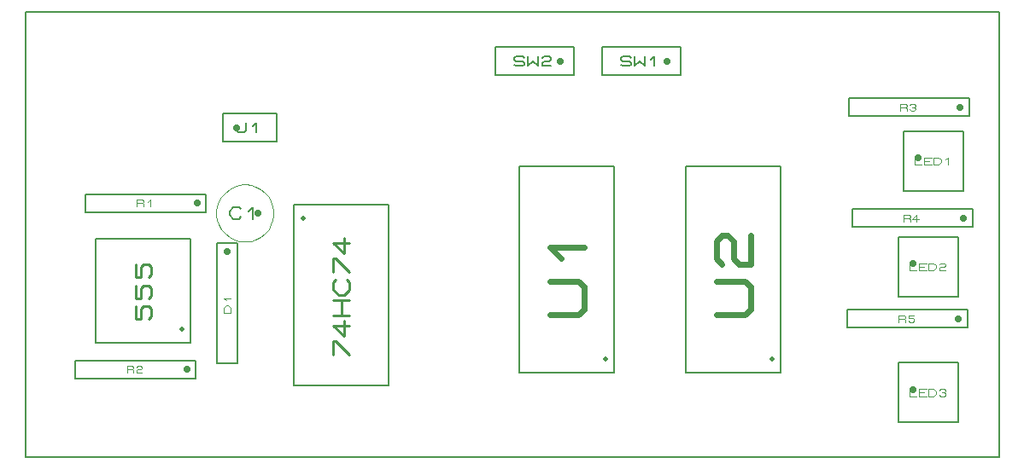
<source format=gbr>
G04 PROTEUS GERBER X2 FILE*
%TF.GenerationSoftware,Labcenter,Proteus,8.9-SP0-Build27865*%
%TF.CreationDate,2026-01-09T17:02:56+00:00*%
%TF.FileFunction,AssemblyDrawing,Top*%
%TF.FilePolarity,Positive*%
%TF.Part,Single*%
%TF.SameCoordinates,{d5e26176-f0e9-456a-af72-f71da18a6cc2}*%
%FSLAX45Y45*%
%MOMM*%
G01*
%TA.AperFunction,Profile*%
%ADD15C,0.203200*%
%TA.AperFunction,Material*%
%ADD17C,0.203200*%
%ADD71C,0.508000*%
%ADD20C,0.259080*%
%ADD21C,0.711200*%
%ADD22C,0.164590*%
%ADD23C,0.121920*%
%ADD24C,0.106680*%
%ADD25C,0.050800*%
%ADD26C,0.191010*%
%ADD27C,0.256900*%
%ADD28C,0.563880*%
%ADD29C,0.118360*%
%TD.AperFunction*%
D15*
X-10050000Y+5980809D02*
X-400000Y+5980809D01*
X-400000Y+10400000D01*
X-10050000Y+10400000D01*
X-10050000Y+5980809D01*
D17*
X-9350900Y+7112840D02*
X-8411100Y+7112840D01*
X-8411100Y+8149160D01*
X-9350900Y+8149160D01*
X-9350900Y+7112840D01*
D71*
X-8500000Y+7250000D02*
X-8500000Y+7250000D01*
D20*
X-8958724Y+7475552D02*
X-8958724Y+7346012D01*
X-8906908Y+7346012D01*
X-8906908Y+7449644D01*
X-8881000Y+7475552D01*
X-8829184Y+7475552D01*
X-8803276Y+7449644D01*
X-8803276Y+7371920D01*
X-8829184Y+7346012D01*
X-8958724Y+7682816D02*
X-8958724Y+7553276D01*
X-8906908Y+7553276D01*
X-8906908Y+7656908D01*
X-8881000Y+7682816D01*
X-8829184Y+7682816D01*
X-8803276Y+7656908D01*
X-8803276Y+7579184D01*
X-8829184Y+7553276D01*
X-8958724Y+7890080D02*
X-8958724Y+7760540D01*
X-8906908Y+7760540D01*
X-8906908Y+7864172D01*
X-8881000Y+7890080D01*
X-8829184Y+7890080D01*
X-8803276Y+7864172D01*
X-8803276Y+7786448D01*
X-8829184Y+7760540D01*
D17*
X-8091160Y+9112840D02*
X-7562840Y+9112840D01*
X-7562840Y+9387160D01*
X-8091160Y+9387160D01*
X-8091160Y+9112840D01*
D21*
X-7954000Y+9250000D02*
X-7954000Y+9250000D01*
D22*
X-7958673Y+9233540D02*
X-7958673Y+9217081D01*
X-7942214Y+9200622D01*
X-7876378Y+9200622D01*
X-7859919Y+9217081D01*
X-7859919Y+9299377D01*
X-7794082Y+9266459D02*
X-7761164Y+9299377D01*
X-7761164Y+9200622D01*
D17*
X-8151600Y+6911100D02*
X-7948400Y+6911100D01*
X-7948400Y+8104900D01*
X-8151600Y+8104900D01*
X-8151600Y+6911100D01*
D21*
X-8050000Y+8016000D02*
X-8050000Y+8016000D01*
D23*
X-8013424Y+7410464D02*
X-8086576Y+7410464D01*
X-8086576Y+7459232D01*
X-8062192Y+7483616D01*
X-8037808Y+7483616D01*
X-8013424Y+7459232D01*
X-8013424Y+7410464D01*
X-8062192Y+7532384D02*
X-8086576Y+7556768D01*
X-8013424Y+7556768D01*
D17*
X-9454900Y+8411100D02*
X-8261100Y+8411100D01*
X-8261100Y+8588900D01*
X-9454900Y+8588900D01*
X-9454900Y+8411100D01*
D21*
X-8350000Y+8500000D02*
X-8350000Y+8500000D01*
D24*
X-8943344Y+8467996D02*
X-8943344Y+8532004D01*
X-8890004Y+8532004D01*
X-8879336Y+8521336D01*
X-8879336Y+8510668D01*
X-8890004Y+8500000D01*
X-8943344Y+8500000D01*
X-8890004Y+8500000D02*
X-8879336Y+8489332D01*
X-8879336Y+8467996D01*
X-8836664Y+8510668D02*
X-8815328Y+8532004D01*
X-8815328Y+8467996D01*
D17*
X-9554900Y+6761100D02*
X-8361100Y+6761100D01*
X-8361100Y+6938900D01*
X-9554900Y+6938900D01*
X-9554900Y+6761100D01*
D21*
X-8450000Y+6850000D02*
X-8450000Y+6850000D01*
D24*
X-9043344Y+6817996D02*
X-9043344Y+6882004D01*
X-8990004Y+6882004D01*
X-8979336Y+6871336D01*
X-8979336Y+6860668D01*
X-8990004Y+6850000D01*
X-9043344Y+6850000D01*
X-8990004Y+6850000D02*
X-8979336Y+6839332D01*
X-8979336Y+6817996D01*
X-8947332Y+6871336D02*
X-8936664Y+6882004D01*
X-8904660Y+6882004D01*
X-8893992Y+6871336D01*
X-8893992Y+6860668D01*
X-8904660Y+6850000D01*
X-8936664Y+6850000D01*
X-8947332Y+6839332D01*
X-8947332Y+6817996D01*
X-8893992Y+6817996D01*
D25*
X-7589940Y+8400000D02*
X-7590858Y+8422814D01*
X-7598311Y+8468443D01*
X-7613858Y+8514072D01*
X-7639100Y+8559701D01*
X-7677642Y+8605231D01*
X-7723271Y+8640727D01*
X-7768900Y+8663847D01*
X-7814529Y+8677700D01*
X-7860158Y+8683646D01*
X-7873920Y+8683980D01*
X-8157900Y+8400000D02*
X-8156982Y+8422814D01*
X-8149529Y+8468443D01*
X-8133982Y+8514072D01*
X-8108740Y+8559701D01*
X-8070198Y+8605231D01*
X-8024569Y+8640727D01*
X-7978940Y+8663847D01*
X-7933311Y+8677700D01*
X-7887682Y+8683646D01*
X-7873920Y+8683980D01*
X-8157900Y+8400000D02*
X-8156982Y+8377186D01*
X-8149529Y+8331557D01*
X-8133982Y+8285928D01*
X-8108740Y+8240299D01*
X-8070198Y+8194769D01*
X-8024569Y+8159273D01*
X-7978940Y+8136153D01*
X-7933311Y+8122300D01*
X-7887682Y+8116354D01*
X-7873920Y+8116020D01*
X-7589940Y+8400000D02*
X-7590858Y+8377186D01*
X-7598311Y+8331557D01*
X-7613858Y+8285928D01*
X-7639100Y+8240299D01*
X-7677642Y+8194769D01*
X-7723271Y+8159273D01*
X-7768900Y+8136153D01*
X-7814529Y+8122300D01*
X-7860158Y+8116354D01*
X-7873920Y+8116020D01*
D21*
X-7746000Y+8400000D02*
X-7746000Y+8400000D01*
D26*
X-7912123Y+8361797D02*
X-7931224Y+8342696D01*
X-7988528Y+8342696D01*
X-8026730Y+8380899D01*
X-8026730Y+8419101D01*
X-7988528Y+8457304D01*
X-7931224Y+8457304D01*
X-7912123Y+8438203D01*
X-7835718Y+8419101D02*
X-7797515Y+8457304D01*
X-7797515Y+8342696D01*
D17*
X-7388900Y+6688840D02*
X-6449100Y+6688840D01*
X-6449100Y+8487160D01*
X-7388900Y+8487160D01*
X-7388900Y+6688840D01*
D71*
X-7300000Y+8350000D02*
X-7300000Y+8350000D01*
D27*
X-6996070Y+6997127D02*
X-6996070Y+7125577D01*
X-6970380Y+7125577D01*
X-6841929Y+6997127D01*
X-6893309Y+7331098D02*
X-6893309Y+7176958D01*
X-6996070Y+7279718D01*
X-6841929Y+7279718D01*
X-6841929Y+7382479D02*
X-6996070Y+7382479D01*
X-6996070Y+7536619D02*
X-6841929Y+7536619D01*
X-6919000Y+7382479D02*
X-6919000Y+7536619D01*
X-6867619Y+7742140D02*
X-6841929Y+7716450D01*
X-6841929Y+7639380D01*
X-6893309Y+7588000D01*
X-6944690Y+7588000D01*
X-6996070Y+7639380D01*
X-6996070Y+7716450D01*
X-6970380Y+7742140D01*
X-6996070Y+7819211D02*
X-6996070Y+7947661D01*
X-6970380Y+7947661D01*
X-6841929Y+7819211D01*
X-6893309Y+8153182D02*
X-6893309Y+7999042D01*
X-6996070Y+8101802D01*
X-6841929Y+8101802D01*
D17*
X-5150900Y+6812840D02*
X-4211100Y+6812840D01*
X-4211100Y+8865160D01*
X-5150900Y+8865160D01*
X-5150900Y+6812840D01*
D71*
X-4300000Y+6950000D02*
X-4300000Y+6950000D01*
D28*
X-4850164Y+7387896D02*
X-4568224Y+7387896D01*
X-4511836Y+7444284D01*
X-4511836Y+7669836D01*
X-4568224Y+7726224D01*
X-4850164Y+7726224D01*
X-4737388Y+7951776D02*
X-4850164Y+8064552D01*
X-4511836Y+8064552D01*
D17*
X-3500900Y+6812840D02*
X-2561100Y+6812840D01*
X-2561100Y+8865160D01*
X-3500900Y+8865160D01*
X-3500900Y+6812840D01*
D71*
X-2650000Y+6950000D02*
X-2650000Y+6950000D01*
D28*
X-3200164Y+7387896D02*
X-2918224Y+7387896D01*
X-2861836Y+7444284D01*
X-2861836Y+7669836D01*
X-2918224Y+7726224D01*
X-3200164Y+7726224D01*
X-3143776Y+7895388D02*
X-3200164Y+7951776D01*
X-3200164Y+8120940D01*
X-3143776Y+8177328D01*
X-3087388Y+8177328D01*
X-3031000Y+8120940D01*
X-3031000Y+7951776D01*
X-2974612Y+7895388D01*
X-2861836Y+7895388D01*
X-2861836Y+8177328D01*
D17*
X-1341160Y+8622340D02*
X-749340Y+8622340D01*
X-749340Y+9214160D01*
X-1341160Y+9214160D01*
X-1341160Y+8622340D01*
D21*
X-1204000Y+8950000D02*
X-1204000Y+8950000D01*
D29*
X-1234632Y+8953759D02*
X-1234632Y+8882740D01*
X-1163614Y+8882740D01*
X-1068923Y+8882740D02*
X-1139941Y+8882740D01*
X-1139941Y+8953759D01*
X-1068923Y+8953759D01*
X-1139941Y+8918250D02*
X-1092596Y+8918250D01*
X-1045250Y+8882740D02*
X-1045250Y+8953759D01*
X-997905Y+8953759D01*
X-974232Y+8930086D01*
X-974232Y+8906413D01*
X-997905Y+8882740D01*
X-1045250Y+8882740D01*
X-926887Y+8930086D02*
X-903214Y+8953759D01*
X-903214Y+8882740D01*
D17*
X-1391160Y+7572340D02*
X-799340Y+7572340D01*
X-799340Y+8164160D01*
X-1391160Y+8164160D01*
X-1391160Y+7572340D01*
D21*
X-1254000Y+7900000D02*
X-1254000Y+7900000D01*
D29*
X-1284632Y+7903759D02*
X-1284632Y+7832740D01*
X-1213614Y+7832740D01*
X-1118923Y+7832740D02*
X-1189941Y+7832740D01*
X-1189941Y+7903759D01*
X-1118923Y+7903759D01*
X-1189941Y+7868250D02*
X-1142596Y+7868250D01*
X-1095250Y+7832740D02*
X-1095250Y+7903759D01*
X-1047905Y+7903759D01*
X-1024232Y+7880086D01*
X-1024232Y+7856413D01*
X-1047905Y+7832740D01*
X-1095250Y+7832740D01*
X-988723Y+7891922D02*
X-976887Y+7903759D01*
X-941378Y+7903759D01*
X-929541Y+7891922D01*
X-929541Y+7880086D01*
X-941378Y+7868250D01*
X-976887Y+7868250D01*
X-988723Y+7856413D01*
X-988723Y+7832740D01*
X-929541Y+7832740D01*
D17*
X-1391160Y+6322340D02*
X-799340Y+6322340D01*
X-799340Y+6914160D01*
X-1391160Y+6914160D01*
X-1391160Y+6322340D01*
D21*
X-1254000Y+6650000D02*
X-1254000Y+6650000D01*
D29*
X-1284632Y+6653759D02*
X-1284632Y+6582740D01*
X-1213614Y+6582740D01*
X-1118923Y+6582740D02*
X-1189941Y+6582740D01*
X-1189941Y+6653759D01*
X-1118923Y+6653759D01*
X-1189941Y+6618250D02*
X-1142596Y+6618250D01*
X-1095250Y+6582740D02*
X-1095250Y+6653759D01*
X-1047905Y+6653759D01*
X-1024232Y+6630086D01*
X-1024232Y+6606413D01*
X-1047905Y+6582740D01*
X-1095250Y+6582740D01*
X-988723Y+6641922D02*
X-976887Y+6653759D01*
X-941378Y+6653759D01*
X-929541Y+6641922D01*
X-929541Y+6630086D01*
X-941378Y+6618250D01*
X-929541Y+6606413D01*
X-929541Y+6594577D01*
X-941378Y+6582740D01*
X-976887Y+6582740D01*
X-988723Y+6594577D01*
X-965050Y+6618250D02*
X-941378Y+6618250D01*
D17*
X-1888900Y+9361100D02*
X-695100Y+9361100D01*
X-695100Y+9538900D01*
X-1888900Y+9538900D01*
X-1888900Y+9361100D01*
D21*
X-784000Y+9450000D02*
X-784000Y+9450000D01*
D24*
X-1377344Y+9417996D02*
X-1377344Y+9482004D01*
X-1324004Y+9482004D01*
X-1313336Y+9471336D01*
X-1313336Y+9460668D01*
X-1324004Y+9450000D01*
X-1377344Y+9450000D01*
X-1324004Y+9450000D02*
X-1313336Y+9439332D01*
X-1313336Y+9417996D01*
X-1281332Y+9471336D02*
X-1270664Y+9482004D01*
X-1238660Y+9482004D01*
X-1227992Y+9471336D01*
X-1227992Y+9460668D01*
X-1238660Y+9450000D01*
X-1227992Y+9439332D01*
X-1227992Y+9428664D01*
X-1238660Y+9417996D01*
X-1270664Y+9417996D01*
X-1281332Y+9428664D01*
X-1259996Y+9450000D02*
X-1238660Y+9450000D01*
D17*
X-1854900Y+8261100D02*
X-661100Y+8261100D01*
X-661100Y+8438900D01*
X-1854900Y+8438900D01*
X-1854900Y+8261100D01*
D21*
X-750000Y+8350000D02*
X-750000Y+8350000D01*
D24*
X-1343344Y+8317996D02*
X-1343344Y+8382004D01*
X-1290004Y+8382004D01*
X-1279336Y+8371336D01*
X-1279336Y+8360668D01*
X-1290004Y+8350000D01*
X-1343344Y+8350000D01*
X-1290004Y+8350000D02*
X-1279336Y+8339332D01*
X-1279336Y+8317996D01*
X-1193992Y+8339332D02*
X-1258000Y+8339332D01*
X-1215328Y+8382004D01*
X-1215328Y+8317996D01*
D17*
X-1904900Y+7261100D02*
X-711100Y+7261100D01*
X-711100Y+7438900D01*
X-1904900Y+7438900D01*
X-1904900Y+7261100D01*
D21*
X-800000Y+7350000D02*
X-800000Y+7350000D01*
D24*
X-1393344Y+7317996D02*
X-1393344Y+7382004D01*
X-1340004Y+7382004D01*
X-1329336Y+7371336D01*
X-1329336Y+7360668D01*
X-1340004Y+7350000D01*
X-1393344Y+7350000D01*
X-1340004Y+7350000D02*
X-1329336Y+7339332D01*
X-1329336Y+7317996D01*
X-1243992Y+7382004D02*
X-1297332Y+7382004D01*
X-1297332Y+7360668D01*
X-1254660Y+7360668D01*
X-1243992Y+7350000D01*
X-1243992Y+7328664D01*
X-1254660Y+7317996D01*
X-1286664Y+7317996D01*
X-1297332Y+7328664D01*
D17*
X-4337160Y+9772389D02*
X-3554840Y+9772389D01*
X-3554840Y+10046709D01*
X-4337160Y+10046709D01*
X-4337160Y+9772389D01*
D21*
X-3692000Y+9909549D02*
X-3692000Y+9909549D01*
D22*
X-4143509Y+9876630D02*
X-4127050Y+9860171D01*
X-4061214Y+9860171D01*
X-4044755Y+9876630D01*
X-4044755Y+9893089D01*
X-4061214Y+9909549D01*
X-4127050Y+9909549D01*
X-4143509Y+9926008D01*
X-4143509Y+9942467D01*
X-4127050Y+9958926D01*
X-4061214Y+9958926D01*
X-4044755Y+9942467D01*
X-4011836Y+9958926D02*
X-4011836Y+9860171D01*
X-3962459Y+9909549D01*
X-3913082Y+9860171D01*
X-3913082Y+9958926D01*
X-3847245Y+9926008D02*
X-3814327Y+9958926D01*
X-3814327Y+9860171D01*
D17*
X-5395160Y+9772389D02*
X-4612840Y+9772389D01*
X-4612840Y+10046709D01*
X-5395160Y+10046709D01*
X-5395160Y+9772389D01*
D21*
X-4750000Y+9909549D02*
X-4750000Y+9909549D01*
D22*
X-5201509Y+9876630D02*
X-5185050Y+9860171D01*
X-5119214Y+9860171D01*
X-5102755Y+9876630D01*
X-5102755Y+9893089D01*
X-5119214Y+9909549D01*
X-5185050Y+9909549D01*
X-5201509Y+9926008D01*
X-5201509Y+9942467D01*
X-5185050Y+9958926D01*
X-5119214Y+9958926D01*
X-5102755Y+9942467D01*
X-5069836Y+9958926D02*
X-5069836Y+9860171D01*
X-5020459Y+9909549D01*
X-4971082Y+9860171D01*
X-4971082Y+9958926D01*
X-4921704Y+9942467D02*
X-4905245Y+9958926D01*
X-4855868Y+9958926D01*
X-4839409Y+9942467D01*
X-4839409Y+9926008D01*
X-4855868Y+9909549D01*
X-4905245Y+9909549D01*
X-4921704Y+9893089D01*
X-4921704Y+9860171D01*
X-4839409Y+9860171D01*
M02*

</source>
